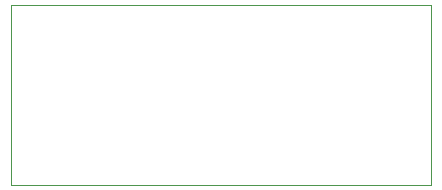
<source format=gbr>
G04 (created by PCBNEW (2013-jul-07)-stable) date Thu 09 Jan 2014 04:23:31 AM EST*
%MOIN*%
G04 Gerber Fmt 3.4, Leading zero omitted, Abs format*
%FSLAX34Y34*%
G01*
G70*
G90*
G04 APERTURE LIST*
%ADD10C,0.00590551*%
%ADD11C,0.00393701*%
G04 APERTURE END LIST*
G54D10*
G54D11*
X88000Y-62500D02*
X74000Y-62500D01*
X74000Y-56500D02*
X88000Y-56500D01*
X88000Y-62500D02*
X88000Y-56500D01*
X74000Y-56500D02*
X74000Y-62500D01*
M02*

</source>
